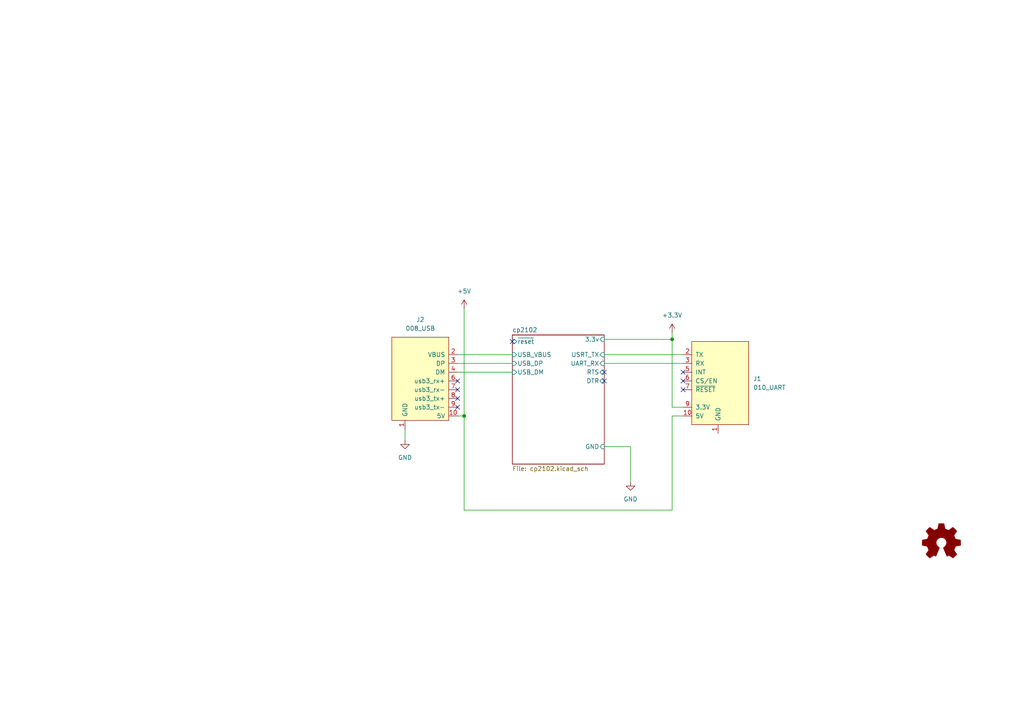
<source format=kicad_sch>
(kicad_sch (version 20230121) (generator eeschema)

  (uuid 57732dd3-1162-4c3f-88bd-31bf473d124d)

  (paper "A4")

  (lib_symbols
    (symbol "Graphic:Logo_Open_Hardware_Small" (pin_names (offset 1.016)) (in_bom yes) (on_board yes)
      (property "Reference" "#LOGO" (at 0 6.985 0)
        (effects (font (size 1.27 1.27)) hide)
      )
      (property "Value" "Logo_Open_Hardware_Small" (at 0 -5.715 0)
        (effects (font (size 1.27 1.27)) hide)
      )
      (property "Footprint" "" (at 0 0 0)
        (effects (font (size 1.27 1.27)) hide)
      )
      (property "Datasheet" "~" (at 0 0 0)
        (effects (font (size 1.27 1.27)) hide)
      )
      (property "ki_keywords" "Logo" (at 0 0 0)
        (effects (font (size 1.27 1.27)) hide)
      )
      (property "ki_description" "Open Hardware logo, small" (at 0 0 0)
        (effects (font (size 1.27 1.27)) hide)
      )
      (symbol "Logo_Open_Hardware_Small_0_1"
        (polyline
          (pts
            (xy 3.3528 -4.3434)
            (xy 3.302 -4.318)
            (xy 3.175 -4.2418)
            (xy 2.9972 -4.1148)
            (xy 2.7686 -3.9624)
            (xy 2.54 -3.81)
            (xy 2.3622 -3.7084)
            (xy 2.2352 -3.6068)
            (xy 2.1844 -3.5814)
            (xy 2.159 -3.6068)
            (xy 2.0574 -3.6576)
            (xy 1.905 -3.7338)
            (xy 1.8034 -3.7846)
            (xy 1.6764 -3.8354)
            (xy 1.6002 -3.8354)
            (xy 1.6002 -3.8354)
            (xy 1.5494 -3.7338)
            (xy 1.4732 -3.5306)
            (xy 1.3462 -3.302)
            (xy 1.2446 -3.0226)
            (xy 1.1176 -2.7178)
            (xy 0.9652 -2.413)
            (xy 0.8636 -2.1082)
            (xy 0.7366 -1.8288)
            (xy 0.6604 -1.6256)
            (xy 0.6096 -1.4732)
            (xy 0.5842 -1.397)
            (xy 0.5842 -1.397)
            (xy 0.6604 -1.3208)
            (xy 0.7874 -1.2446)
            (xy 1.0414 -1.016)
            (xy 1.2954 -0.6858)
            (xy 1.4478 -0.3302)
            (xy 1.524 0.0762)
            (xy 1.4732 0.4572)
            (xy 1.3208 0.8128)
            (xy 1.0668 1.143)
            (xy 0.762 1.3716)
            (xy 0.4064 1.524)
            (xy 0 1.5748)
            (xy -0.381 1.5494)
            (xy -0.7366 1.397)
            (xy -1.0668 1.143)
            (xy -1.2192 0.9906)
            (xy -1.397 0.6604)
            (xy -1.524 0.3048)
            (xy -1.524 0.2286)
            (xy -1.4986 -0.1778)
            (xy -1.397 -0.5334)
            (xy -1.1938 -0.8636)
            (xy -0.9144 -1.143)
            (xy -0.8636 -1.1684)
            (xy -0.7366 -1.27)
            (xy -0.635 -1.3462)
            (xy -0.5842 -1.397)
            (xy -1.0668 -2.5908)
            (xy -1.143 -2.794)
            (xy -1.2954 -3.1242)
            (xy -1.397 -3.4036)
            (xy -1.4986 -3.6322)
            (xy -1.5748 -3.7846)
            (xy -1.6002 -3.8354)
            (xy -1.6002 -3.8354)
            (xy -1.651 -3.8354)
            (xy -1.7272 -3.81)
            (xy -1.905 -3.7338)
            (xy -2.0066 -3.683)
            (xy -2.1336 -3.6068)
            (xy -2.2098 -3.5814)
            (xy -2.2606 -3.6068)
            (xy -2.3622 -3.683)
            (xy -2.54 -3.81)
            (xy -2.7686 -3.9624)
            (xy -2.9718 -4.0894)
            (xy -3.1496 -4.2164)
            (xy -3.302 -4.318)
            (xy -3.3528 -4.3434)
            (xy -3.3782 -4.3434)
            (xy -3.429 -4.318)
            (xy -3.5306 -4.2164)
            (xy -3.7084 -4.064)
            (xy -3.937 -3.8354)
            (xy -3.9624 -3.81)
            (xy -4.1656 -3.6068)
            (xy -4.318 -3.4544)
            (xy -4.4196 -3.3274)
            (xy -4.445 -3.2766)
            (xy -4.445 -3.2766)
            (xy -4.4196 -3.2258)
            (xy -4.318 -3.0734)
            (xy -4.2164 -2.8956)
            (xy -4.064 -2.667)
            (xy -3.6576 -2.0828)
            (xy -3.8862 -1.5494)
            (xy -3.937 -1.3716)
            (xy -4.0386 -1.1684)
            (xy -4.0894 -1.0414)
            (xy -4.1148 -0.9652)
            (xy -4.191 -0.9398)
            (xy -4.318 -0.9144)
            (xy -4.5466 -0.8636)
            (xy -4.8006 -0.8128)
            (xy -5.0546 -0.7874)
            (xy -5.2578 -0.7366)
            (xy -5.4356 -0.7112)
            (xy -5.5118 -0.6858)
            (xy -5.5118 -0.6858)
            (xy -5.5372 -0.635)
            (xy -5.5372 -0.5588)
            (xy -5.5372 -0.4318)
            (xy -5.5626 -0.2286)
            (xy -5.5626 0.0762)
            (xy -5.5626 0.127)
            (xy -5.5372 0.4064)
            (xy -5.5372 0.635)
            (xy -5.5372 0.762)
            (xy -5.5372 0.8382)
            (xy -5.5372 0.8382)
            (xy -5.461 0.8382)
            (xy -5.3086 0.889)
            (xy -5.08 0.9144)
            (xy -4.826 0.9652)
            (xy -4.8006 0.9906)
            (xy -4.5466 1.0414)
            (xy -4.318 1.0668)
            (xy -4.1656 1.1176)
            (xy -4.0894 1.143)
            (xy -4.0894 1.143)
            (xy -4.0386 1.2446)
            (xy -3.9624 1.4224)
            (xy -3.8608 1.6256)
            (xy -3.7846 1.8288)
            (xy -3.7084 2.0066)
            (xy -3.6576 2.159)
            (xy -3.6322 2.2098)
            (xy -3.6322 2.2098)
            (xy -3.683 2.286)
            (xy -3.7592 2.413)
            (xy -3.8862 2.5908)
            (xy -4.064 2.8194)
            (xy -4.064 2.8448)
            (xy -4.2164 3.0734)
            (xy -4.3434 3.2512)
            (xy -4.4196 3.3782)
            (xy -4.445 3.4544)
            (xy -4.445 3.4544)
            (xy -4.3942 3.5052)
            (xy -4.2926 3.6322)
            (xy -4.1148 3.81)
            (xy -3.937 4.0132)
            (xy -3.8608 4.064)
            (xy -3.6576 4.2926)
            (xy -3.5052 4.4196)
            (xy -3.4036 4.4958)
            (xy -3.3528 4.5212)
            (xy -3.3528 4.5212)
            (xy -3.302 4.4704)
            (xy -3.1496 4.3688)
            (xy -2.9718 4.2418)
            (xy -2.7432 4.0894)
            (xy -2.7178 4.0894)
            (xy -2.4892 3.937)
            (xy -2.3114 3.81)
            (xy -2.1844 3.7084)
            (xy -2.1336 3.683)
            (xy -2.1082 3.683)
            (xy -2.032 3.7084)
            (xy -1.8542 3.7592)
            (xy -1.6764 3.8354)
            (xy -1.4732 3.937)
            (xy -1.27 4.0132)
            (xy -1.143 4.064)
            (xy -1.0668 4.1148)
            (xy -1.0668 4.1148)
            (xy -1.0414 4.191)
            (xy -1.016 4.3434)
            (xy -0.9652 4.572)
            (xy -0.9144 4.8514)
            (xy -0.889 4.9022)
            (xy -0.8382 5.1562)
            (xy -0.8128 5.3848)
            (xy -0.7874 5.5372)
            (xy -0.762 5.588)
            (xy -0.7112 5.6134)
            (xy -0.5842 5.6134)
            (xy -0.4064 5.6134)
            (xy -0.1524 5.6134)
            (xy 0.0762 5.6134)
            (xy 0.3302 5.6134)
            (xy 0.5334 5.6134)
            (xy 0.6858 5.588)
            (xy 0.7366 5.588)
            (xy 0.7366 5.588)
            (xy 0.762 5.5118)
            (xy 0.8128 5.334)
            (xy 0.8382 5.1054)
            (xy 0.9144 4.826)
            (xy 0.9144 4.7752)
            (xy 0.9652 4.5212)
            (xy 1.016 4.2926)
            (xy 1.0414 4.1402)
            (xy 1.0668 4.0894)
            (xy 1.0668 4.0894)
            (xy 1.1938 4.0386)
            (xy 1.3716 3.9624)
            (xy 1.5748 3.8608)
            (xy 2.0828 3.6576)
            (xy 2.7178 4.0894)
            (xy 2.7686 4.1402)
            (xy 2.9972 4.2926)
            (xy 3.175 4.4196)
            (xy 3.302 4.4958)
            (xy 3.3782 4.5212)
            (xy 3.3782 4.5212)
            (xy 3.429 4.4704)
            (xy 3.556 4.3434)
            (xy 3.7338 4.191)
            (xy 3.9116 3.9878)
            (xy 4.064 3.8354)
            (xy 4.2418 3.6576)
            (xy 4.3434 3.556)
            (xy 4.4196 3.4798)
            (xy 4.4196 3.429)
            (xy 4.4196 3.4036)
            (xy 4.3942 3.3274)
            (xy 4.2926 3.2004)
            (xy 4.1656 2.9972)
            (xy 4.0132 2.794)
            (xy 3.8862 2.5908)
            (xy 3.7592 2.3876)
            (xy 3.6576 2.2352)
            (xy 3.6322 2.159)
            (xy 3.6322 2.1336)
            (xy 3.683 2.0066)
            (xy 3.7592 1.8288)
            (xy 3.8608 1.6002)
            (xy 4.064 1.1176)
            (xy 4.3942 1.0414)
            (xy 4.5974 1.016)
            (xy 4.8768 0.9652)
            (xy 5.1308 0.9144)
            (xy 5.5372 0.8382)
            (xy 5.5626 -0.6604)
            (xy 5.4864 -0.6858)
            (xy 5.4356 -0.6858)
            (xy 5.2832 -0.7366)
            (xy 5.0546 -0.762)
            (xy 4.8006 -0.8128)
            (xy 4.5974 -0.8636)
            (xy 4.3688 -0.9144)
            (xy 4.2164 -0.9398)
            (xy 4.1402 -0.9398)
            (xy 4.1148 -0.9652)
            (xy 4.064 -1.0668)
            (xy 3.9878 -1.2446)
            (xy 3.9116 -1.4478)
            (xy 3.81 -1.651)
            (xy 3.7338 -1.8542)
            (xy 3.683 -2.0066)
            (xy 3.6576 -2.0828)
            (xy 3.683 -2.1336)
            (xy 3.7846 -2.2606)
            (xy 3.8862 -2.4638)
            (xy 4.0386 -2.667)
            (xy 4.191 -2.8956)
            (xy 4.318 -3.0734)
            (xy 4.3942 -3.2004)
            (xy 4.445 -3.2766)
            (xy 4.4196 -3.3274)
            (xy 4.3434 -3.429)
            (xy 4.1656 -3.5814)
            (xy 3.937 -3.8354)
            (xy 3.8862 -3.8608)
            (xy 3.683 -4.064)
            (xy 3.5306 -4.2164)
            (xy 3.4036 -4.318)
            (xy 3.3528 -4.3434)
          )
          (stroke (width 0) (type default))
          (fill (type outline))
        )
      )
    )
    (symbol "power:+3.3V" (power) (pin_names (offset 0)) (in_bom yes) (on_board yes)
      (property "Reference" "#PWR" (at 0 -3.81 0)
        (effects (font (size 1.27 1.27)) hide)
      )
      (property "Value" "+3.3V" (at 0 3.556 0)
        (effects (font (size 1.27 1.27)))
      )
      (property "Footprint" "" (at 0 0 0)
        (effects (font (size 1.27 1.27)) hide)
      )
      (property "Datasheet" "" (at 0 0 0)
        (effects (font (size 1.27 1.27)) hide)
      )
      (property "ki_keywords" "global power" (at 0 0 0)
        (effects (font (size 1.27 1.27)) hide)
      )
      (property "ki_description" "Power symbol creates a global label with name \"+3.3V\"" (at 0 0 0)
        (effects (font (size 1.27 1.27)) hide)
      )
      (symbol "+3.3V_0_1"
        (polyline
          (pts
            (xy -0.762 1.27)
            (xy 0 2.54)
          )
          (stroke (width 0) (type default))
          (fill (type none))
        )
        (polyline
          (pts
            (xy 0 0)
            (xy 0 2.54)
          )
          (stroke (width 0) (type default))
          (fill (type none))
        )
        (polyline
          (pts
            (xy 0 2.54)
            (xy 0.762 1.27)
          )
          (stroke (width 0) (type default))
          (fill (type none))
        )
      )
      (symbol "+3.3V_1_1"
        (pin power_in line (at 0 0 90) (length 0) hide
          (name "+3.3V" (effects (font (size 1.27 1.27))))
          (number "1" (effects (font (size 1.27 1.27))))
        )
      )
    )
    (symbol "power:+5V" (power) (pin_names (offset 0)) (in_bom yes) (on_board yes)
      (property "Reference" "#PWR" (at 0 -3.81 0)
        (effects (font (size 1.27 1.27)) hide)
      )
      (property "Value" "+5V" (at 0 3.556 0)
        (effects (font (size 1.27 1.27)))
      )
      (property "Footprint" "" (at 0 0 0)
        (effects (font (size 1.27 1.27)) hide)
      )
      (property "Datasheet" "" (at 0 0 0)
        (effects (font (size 1.27 1.27)) hide)
      )
      (property "ki_keywords" "global power" (at 0 0 0)
        (effects (font (size 1.27 1.27)) hide)
      )
      (property "ki_description" "Power symbol creates a global label with name \"+5V\"" (at 0 0 0)
        (effects (font (size 1.27 1.27)) hide)
      )
      (symbol "+5V_0_1"
        (polyline
          (pts
            (xy -0.762 1.27)
            (xy 0 2.54)
          )
          (stroke (width 0) (type default))
          (fill (type none))
        )
        (polyline
          (pts
            (xy 0 0)
            (xy 0 2.54)
          )
          (stroke (width 0) (type default))
          (fill (type none))
        )
        (polyline
          (pts
            (xy 0 2.54)
            (xy 0.762 1.27)
          )
          (stroke (width 0) (type default))
          (fill (type none))
        )
      )
      (symbol "+5V_1_1"
        (pin power_in line (at 0 0 90) (length 0) hide
          (name "+5V" (effects (font (size 1.27 1.27))))
          (number "1" (effects (font (size 1.27 1.27))))
        )
      )
    )
    (symbol "power:GND" (power) (pin_names (offset 0)) (in_bom yes) (on_board yes)
      (property "Reference" "#PWR" (at 0 -6.35 0)
        (effects (font (size 1.27 1.27)) hide)
      )
      (property "Value" "GND" (at 0 -3.81 0)
        (effects (font (size 1.27 1.27)))
      )
      (property "Footprint" "" (at 0 0 0)
        (effects (font (size 1.27 1.27)) hide)
      )
      (property "Datasheet" "" (at 0 0 0)
        (effects (font (size 1.27 1.27)) hide)
      )
      (property "ki_keywords" "power-flag" (at 0 0 0)
        (effects (font (size 1.27 1.27)) hide)
      )
      (property "ki_description" "Power symbol creates a global label with name \"GND\" , ground" (at 0 0 0)
        (effects (font (size 1.27 1.27)) hide)
      )
      (symbol "GND_0_1"
        (polyline
          (pts
            (xy 0 0)
            (xy 0 -1.27)
            (xy 1.27 -1.27)
            (xy 0 -2.54)
            (xy -1.27 -1.27)
            (xy 0 -1.27)
          )
          (stroke (width 0) (type default))
          (fill (type none))
        )
      )
      (symbol "GND_1_1"
        (pin power_in line (at 0 0 270) (length 0) hide
          (name "GND" (effects (font (size 1.27 1.27))))
          (number "1" (effects (font (size 1.27 1.27))))
        )
      )
    )
    (symbol "put_on_edge:008_USB" (pin_names (offset 1.016)) (in_bom yes) (on_board yes)
      (property "Reference" "J" (at -2.54 13.97 0)
        (effects (font (size 1.27 1.27)))
      )
      (property "Value" "008_USB" (at 8.89 13.97 0)
        (effects (font (size 1.27 1.27)))
      )
      (property "Footprint" "" (at 7.62 16.51 0)
        (effects (font (size 1.27 1.27)) hide)
      )
      (property "Datasheet" "" (at 7.62 16.51 0)
        (effects (font (size 1.27 1.27)) hide)
      )
      (symbol "008_USB_0_1"
        (rectangle (start -8.89 12.7) (end 7.62 -11.43)
          (stroke (width 0) (type default))
          (fill (type background))
        )
      )
      (symbol "008_USB_1_1"
        (pin power_in line (at 3.81 -13.97 90) (length 2.54)
          (name "GND" (effects (font (size 1.27 1.27))))
          (number "1" (effects (font (size 1.27 1.27))))
        )
        (pin power_in line (at -11.43 -10.16 0) (length 2.54)
          (name "5V" (effects (font (size 1.27 1.27))))
          (number "10" (effects (font (size 1.27 1.27))))
        )
        (pin power_in line (at -11.43 7.62 0) (length 2.54)
          (name "VBUS" (effects (font (size 1.27 1.27))))
          (number "2" (effects (font (size 1.27 1.27))))
        )
        (pin bidirectional line (at -11.43 5.08 0) (length 2.54)
          (name "DP" (effects (font (size 1.27 1.27))))
          (number "3" (effects (font (size 1.27 1.27))))
        )
        (pin bidirectional line (at -11.43 2.54 0) (length 2.54)
          (name "DM" (effects (font (size 1.27 1.27))))
          (number "4" (effects (font (size 1.27 1.27))))
        )
        (pin input line (at -11.43 0 0) (length 2.54)
          (name "usb3_rx+" (effects (font (size 1.27 1.27))))
          (number "6" (effects (font (size 1.27 1.27))))
        )
        (pin input line (at -11.43 -2.54 0) (length 2.54)
          (name "usb3_rx-" (effects (font (size 1.27 1.27))))
          (number "7" (effects (font (size 1.27 1.27))))
        )
        (pin input line (at -11.43 -5.08 0) (length 2.54)
          (name "usb3_tx+" (effects (font (size 1.27 1.27))))
          (number "8" (effects (font (size 1.27 1.27))))
        )
        (pin input line (at -11.43 -7.62 0) (length 2.54)
          (name "usb3_tx-" (effects (font (size 1.27 1.27))))
          (number "9" (effects (font (size 1.27 1.27))))
        )
      )
    )
    (symbol "put_on_edge:010_UART" (pin_names (offset 1.016)) (in_bom yes) (on_board yes)
      (property "Reference" "J" (at -2.54 13.97 0)
        (effects (font (size 1.27 1.27)))
      )
      (property "Value" "010_UART" (at 8.89 13.97 0)
        (effects (font (size 1.27 1.27)))
      )
      (property "Footprint" "" (at 7.62 16.51 0)
        (effects (font (size 1.27 1.27)) hide)
      )
      (property "Datasheet" "" (at 7.62 16.51 0)
        (effects (font (size 1.27 1.27)) hide)
      )
      (symbol "010_UART_0_1"
        (rectangle (start -8.89 12.7) (end 7.62 -11.43)
          (stroke (width 0) (type default))
          (fill (type background))
        )
      )
      (symbol "010_UART_1_1"
        (pin power_in line (at -1.27 -13.97 90) (length 2.54)
          (name "GND" (effects (font (size 1.27 1.27))))
          (number "1" (effects (font (size 1.27 1.27))))
        )
        (pin power_in line (at -11.43 -8.89 0) (length 2.54)
          (name "5V" (effects (font (size 1.27 1.27))))
          (number "10" (effects (font (size 1.27 1.27))))
        )
        (pin bidirectional line (at -11.43 8.89 0) (length 2.54)
          (name "TX" (effects (font (size 1.27 1.27))))
          (number "2" (effects (font (size 1.27 1.27))))
        )
        (pin bidirectional line (at -11.43 6.35 0) (length 2.54)
          (name "RX" (effects (font (size 1.27 1.27))))
          (number "3" (effects (font (size 1.27 1.27))))
        )
        (pin bidirectional line (at -11.43 3.81 0) (length 2.54)
          (name "INT" (effects (font (size 1.27 1.27))))
          (number "5" (effects (font (size 1.27 1.27))))
        )
        (pin bidirectional line (at -11.43 1.27 0) (length 2.54)
          (name "CS/EN" (effects (font (size 1.27 1.27))))
          (number "6" (effects (font (size 1.27 1.27))))
        )
        (pin bidirectional line (at -11.43 -1.27 0) (length 2.54)
          (name "~{RESET}" (effects (font (size 1.27 1.27))))
          (number "7" (effects (font (size 1.27 1.27))))
        )
        (pin power_in line (at -11.43 -6.35 0) (length 2.54)
          (name "3.3V" (effects (font (size 1.27 1.27))))
          (number "9" (effects (font (size 1.27 1.27))))
        )
      )
    )
  )

  (junction (at 194.945 98.425) (diameter 0) (color 0 0 0 0)
    (uuid 5a9e858e-c2da-44ac-98c4-38eeda4ace63)
  )
  (junction (at 134.62 120.65) (diameter 0) (color 0 0 0 0)
    (uuid 93cfe7b3-b346-48d5-a7c0-5897c935eabe)
  )

  (no_connect (at 198.12 110.49) (uuid 2c275321-939b-44b4-9518-ce661e2deaa7))
  (no_connect (at 198.12 107.95) (uuid 2f083b42-2d21-4a01-be12-41b7487b438d))
  (no_connect (at 175.26 107.95) (uuid 4cda7257-2fd1-4b21-bf3c-e5a3523c573b))
  (no_connect (at 132.715 113.03) (uuid 50c0aec5-31c6-4046-a46f-e2499bc7f795))
  (no_connect (at 175.26 110.49) (uuid 9e1c843e-3075-4c21-813f-78471dd950e4))
  (no_connect (at 148.59 99.06) (uuid a25326af-bc3e-45b8-b5d6-d08f2f62865f))
  (no_connect (at 132.715 118.11) (uuid c4c975db-629e-49e0-a57e-2c58fb51b09e))
  (no_connect (at 198.12 113.03) (uuid c57fb367-0123-474e-8bee-b1fb04083f69))
  (no_connect (at 132.715 115.57) (uuid ce578f43-4197-449a-9c1f-d03f6dfeaaa3))
  (no_connect (at 132.715 110.49) (uuid e9490796-3132-43f0-8b26-5159ad4488ad))

  (wire (pts (xy 194.945 98.425) (xy 194.945 118.11))
    (stroke (width 0) (type default))
    (uuid 05f05f63-84d4-40d8-94de-89a94731b918)
  )
  (wire (pts (xy 132.715 105.41) (xy 148.59 105.41))
    (stroke (width 0) (type default))
    (uuid 067be15e-9e8c-453d-8014-67f8ecdff99d)
  )
  (wire (pts (xy 198.12 120.65) (xy 194.945 120.65))
    (stroke (width 0) (type default))
    (uuid 1916dc53-4e48-4e03-8cfd-55f4b5587096)
  )
  (wire (pts (xy 182.88 129.54) (xy 182.88 139.7))
    (stroke (width 0) (type default))
    (uuid 1b1677f5-0b04-4d39-965d-99ebb0457726)
  )
  (wire (pts (xy 134.62 89.535) (xy 134.62 120.65))
    (stroke (width 0) (type default))
    (uuid 3102323d-c02c-4c78-88f3-f940ff297209)
  )
  (wire (pts (xy 194.945 120.65) (xy 194.945 147.955))
    (stroke (width 0) (type default))
    (uuid 336f0b26-6f85-4e52-b7d2-a045b4eed932)
  )
  (wire (pts (xy 117.475 124.46) (xy 117.475 127.635))
    (stroke (width 0) (type default))
    (uuid 4b0dbd4b-e42b-4ef2-8ff3-1e8b47c3c0ac)
  )
  (wire (pts (xy 194.945 118.11) (xy 198.12 118.11))
    (stroke (width 0) (type default))
    (uuid 5d704fff-146c-4c0a-9c26-3bd778b16e00)
  )
  (wire (pts (xy 132.715 120.65) (xy 134.62 120.65))
    (stroke (width 0) (type default))
    (uuid 67fdc6aa-9585-488b-8d7a-08450679b4e4)
  )
  (wire (pts (xy 175.26 102.87) (xy 198.12 102.87))
    (stroke (width 0) (type default))
    (uuid 86f8463a-24d5-475e-b055-3182081ca24e)
  )
  (wire (pts (xy 175.26 98.425) (xy 194.945 98.425))
    (stroke (width 0) (type default))
    (uuid ac3bac1c-bd61-4ae6-a3af-b3062db4ab18)
  )
  (wire (pts (xy 175.26 129.54) (xy 182.88 129.54))
    (stroke (width 0) (type default))
    (uuid b5f50e6e-6728-4454-96f5-44e0bc388ce5)
  )
  (wire (pts (xy 175.26 105.41) (xy 198.12 105.41))
    (stroke (width 0) (type default))
    (uuid b7ea3af4-14e8-4139-b507-b59dbf688ca0)
  )
  (wire (pts (xy 134.62 147.955) (xy 134.62 120.65))
    (stroke (width 0) (type default))
    (uuid cd6e431a-9717-4efe-b99c-6efbbf62fc74)
  )
  (wire (pts (xy 194.945 96.52) (xy 194.945 98.425))
    (stroke (width 0) (type default))
    (uuid dc73cb70-db32-4cb8-9a1b-661bfb27c7ac)
  )
  (wire (pts (xy 132.715 107.95) (xy 148.59 107.95))
    (stroke (width 0) (type default))
    (uuid dfd105b8-38fb-4a35-811f-20eb3c410292)
  )
  (wire (pts (xy 132.715 102.87) (xy 148.59 102.87))
    (stroke (width 0) (type default))
    (uuid e3622c5f-e4c5-4679-8807-d913efb632d5)
  )
  (wire (pts (xy 194.945 147.955) (xy 134.62 147.955))
    (stroke (width 0) (type default))
    (uuid fc80a2dd-cecf-4c84-8d2d-1a0ba006caf6)
  )

  (symbol (lib_id "put_on_edge:010_UART") (at 209.55 111.76 0) (unit 1)
    (in_bom yes) (on_board yes) (dnp no) (fields_autoplaced)
    (uuid 2ea6474f-7a48-4ced-9545-2c841463539d)
    (property "Reference" "J1" (at 218.44 109.855 0)
      (effects (font (size 1.27 1.27)) (justify left))
    )
    (property "Value" "010_UART" (at 218.44 112.395 0)
      (effects (font (size 1.27 1.27)) (justify left))
    )
    (property "Footprint" "" (at 217.17 95.25 0)
      (effects (font (size 1.27 1.27)) hide)
    )
    (property "Datasheet" "" (at 217.17 95.25 0)
      (effects (font (size 1.27 1.27)) hide)
    )
    (pin "1" (uuid eb9179f6-f880-4c8e-9ef3-d3c8207d7e27))
    (pin "10" (uuid a9a58714-9c1c-4a1e-b6ab-103d62c6e9ff))
    (pin "2" (uuid de4ae4b0-5135-42f6-a69a-296bf9c5cb6c))
    (pin "3" (uuid e7ae93d4-8c23-4413-88be-95ab4667c048))
    (pin "5" (uuid e40b7259-a4e2-452f-8f43-7d93526a911a))
    (pin "6" (uuid 55ff3b7d-1de7-4c13-98ac-836e01bd25b1))
    (pin "7" (uuid 5f27a826-ecfb-46bc-8e34-c69c13bfb2f3))
    (pin "9" (uuid f87e2d12-5527-4114-9b75-ccc19c8d5ef8))
    (instances
      (project "board"
        (path "/57732dd3-1162-4c3f-88bd-31bf473d124d"
          (reference "J1") (unit 1)
        )
      )
    )
  )

  (symbol (lib_id "power:+3.3V") (at 194.945 96.52 0) (unit 1)
    (in_bom yes) (on_board yes) (dnp no) (fields_autoplaced)
    (uuid 90b5663f-80e5-4d36-9237-9f05f754566c)
    (property "Reference" "#PWR01" (at 194.945 100.33 0)
      (effects (font (size 1.27 1.27)) hide)
    )
    (property "Value" "+3.3V" (at 194.945 91.44 0)
      (effects (font (size 1.27 1.27)))
    )
    (property "Footprint" "" (at 194.945 96.52 0)
      (effects (font (size 1.27 1.27)) hide)
    )
    (property "Datasheet" "" (at 194.945 96.52 0)
      (effects (font (size 1.27 1.27)) hide)
    )
    (pin "1" (uuid 1c1f6829-6d95-4890-9749-ccc5b80ef231))
    (instances
      (project "board"
        (path "/57732dd3-1162-4c3f-88bd-31bf473d124d"
          (reference "#PWR01") (unit 1)
        )
      )
    )
  )

  (symbol (lib_id "power:GND") (at 182.88 139.7 0) (unit 1)
    (in_bom yes) (on_board yes) (dnp no) (fields_autoplaced)
    (uuid 971afa99-5d33-4a72-a8e1-edd3c45138ed)
    (property "Reference" "#PWR?" (at 182.88 146.05 0)
      (effects (font (size 1.27 1.27)) hide)
    )
    (property "Value" "GND" (at 182.88 144.78 0)
      (effects (font (size 1.27 1.27)))
    )
    (property "Footprint" "" (at 182.88 139.7 0)
      (effects (font (size 1.27 1.27)) hide)
    )
    (property "Datasheet" "" (at 182.88 139.7 0)
      (effects (font (size 1.27 1.27)) hide)
    )
    (pin "1" (uuid 0e12e353-ffd6-4e27-8957-653e209f57b0))
    (instances
      (project "board"
        (path "/57732dd3-1162-4c3f-88bd-31bf473d124d"
          (reference "#PWR?") (unit 1)
        )
      )
    )
  )

  (symbol (lib_id "power:GND") (at 117.475 127.635 0) (unit 1)
    (in_bom yes) (on_board yes) (dnp no) (fields_autoplaced)
    (uuid ab630e3a-b264-40ea-b43a-a52ea766e006)
    (property "Reference" "#PWR02" (at 117.475 133.985 0)
      (effects (font (size 1.27 1.27)) hide)
    )
    (property "Value" "GND" (at 117.475 132.715 0)
      (effects (font (size 1.27 1.27)))
    )
    (property "Footprint" "" (at 117.475 127.635 0)
      (effects (font (size 1.27 1.27)) hide)
    )
    (property "Datasheet" "" (at 117.475 127.635 0)
      (effects (font (size 1.27 1.27)) hide)
    )
    (pin "1" (uuid 3faffa2f-e323-43bb-b97a-1808f228a137))
    (instances
      (project "board"
        (path "/57732dd3-1162-4c3f-88bd-31bf473d124d"
          (reference "#PWR02") (unit 1)
        )
      )
    )
  )

  (symbol (lib_id "power:+5V") (at 134.62 89.535 0) (unit 1)
    (in_bom yes) (on_board yes) (dnp no) (fields_autoplaced)
    (uuid ac2694b9-c434-4f95-afd7-874d4104a6c6)
    (property "Reference" "#PWR03" (at 134.62 93.345 0)
      (effects (font (size 1.27 1.27)) hide)
    )
    (property "Value" "+5V" (at 134.62 84.455 0)
      (effects (font (size 1.27 1.27)))
    )
    (property "Footprint" "" (at 134.62 89.535 0)
      (effects (font (size 1.27 1.27)) hide)
    )
    (property "Datasheet" "" (at 134.62 89.535 0)
      (effects (font (size 1.27 1.27)) hide)
    )
    (pin "1" (uuid 898ff350-e097-4d64-bdde-e111f8761c40))
    (instances
      (project "board"
        (path "/57732dd3-1162-4c3f-88bd-31bf473d124d"
          (reference "#PWR03") (unit 1)
        )
      )
    )
  )

  (symbol (lib_id "Graphic:Logo_Open_Hardware_Small") (at 273.05 157.48 0) (unit 1)
    (in_bom yes) (on_board yes) (dnp no) (fields_autoplaced)
    (uuid b72b6f4a-7489-40f2-bb90-d75ae01aa368)
    (property "Reference" "LOGO1" (at 273.05 150.495 0)
      (effects (font (size 1.27 1.27)) hide)
    )
    (property "Value" "Logo_Open_Hardware_Small" (at 273.05 163.195 0)
      (effects (font (size 1.27 1.27)) hide)
    )
    (property "Footprint" "Symbol:OSHW-Symbol_6.7x6mm_SilkScreen" (at 273.05 157.48 0)
      (effects (font (size 1.27 1.27)) hide)
    )
    (property "Datasheet" "~" (at 273.05 157.48 0)
      (effects (font (size 1.27 1.27)) hide)
    )
    (instances
      (project "board"
        (path "/57732dd3-1162-4c3f-88bd-31bf473d124d"
          (reference "LOGO1") (unit 1)
        )
      )
    )
  )

  (symbol (lib_id "put_on_edge:008_USB") (at 121.285 110.49 0) (mirror y) (unit 1)
    (in_bom yes) (on_board yes) (dnp no) (fields_autoplaced)
    (uuid ed4edfca-060c-4661-9b76-484abdc56ddf)
    (property "Reference" "J2" (at 121.92 92.71 0)
      (effects (font (size 1.27 1.27)))
    )
    (property "Value" "008_USB" (at 121.92 95.25 0)
      (effects (font (size 1.27 1.27)))
    )
    (property "Footprint" "" (at 113.665 93.98 0)
      (effects (font (size 1.27 1.27)) hide)
    )
    (property "Datasheet" "" (at 113.665 93.98 0)
      (effects (font (size 1.27 1.27)) hide)
    )
    (pin "1" (uuid 15ab29b0-74ac-4867-82cd-9895f000d4f5))
    (pin "10" (uuid fe55873f-92d1-4174-b6b2-46397fc26702))
    (pin "2" (uuid 84b25915-1b23-4cbb-9a68-7885137a311a))
    (pin "3" (uuid 1a4f57c6-2ffe-4273-bc67-b845deb84756))
    (pin "4" (uuid 42107d0d-6f12-4480-9fa8-4c4b2aac6bb1))
    (pin "6" (uuid 5f3132a0-ad0f-4754-ac82-15144ad3b71e))
    (pin "7" (uuid 285e15dc-969c-403f-a3cf-b3f2d3b55b7d))
    (pin "8" (uuid 719af726-d468-4124-bdc5-9354d30502de))
    (pin "9" (uuid 0fbd329f-4459-4fb6-b222-b98fb7380960))
    (instances
      (project "board"
        (path "/57732dd3-1162-4c3f-88bd-31bf473d124d"
          (reference "J2") (unit 1)
        )
      )
    )
  )

  (sheet (at 148.59 97.155) (size 26.67 37.465) (fields_autoplaced)
    (stroke (width 0.1524) (type solid))
    (fill (color 0 0 0 0.0000))
    (uuid 767ce4c6-0e55-4543-92f0-34cb8237a544)
    (property "Sheetname" "cp2102" (at 148.59 96.4434 0)
      (effects (font (size 1.27 1.27)) (justify left bottom))
    )
    (property "Sheetfile" "cp2102.kicad_sch" (at 148.59 135.2046 0)
      (effects (font (size 1.27 1.27)) (justify left top))
    )
    (pin "GND" input (at 175.26 129.54 0)
      (effects (font (size 1.27 1.27)) (justify right))
      (uuid 466cf29f-04d2-4303-aa26-8ec28548d2f2)
    )
    (pin "3.3v" input (at 175.26 98.425 0)
      (effects (font (size 1.27 1.27)) (justify right))
      (uuid 95aeacb1-91e5-4678-b826-dac440453fa1)
    )
    (pin "USB_DM" input (at 148.59 107.95 180)
      (effects (font (size 1.27 1.27)) (justify left))
      (uuid 59558458-15d5-4fc5-ba76-05e186b2efd8)
    )
    (pin "USB_DP" input (at 148.59 105.41 180)
      (effects (font (size 1.27 1.27)) (justify left))
      (uuid 4640b263-9a54-4512-acd3-904ad22074bf)
    )
    (pin "UART_RX" input (at 175.26 105.41 0)
      (effects (font (size 1.27 1.27)) (justify right))
      (uuid 52b162b1-b573-4eef-9f36-4d70d7b75f67)
    )
    (pin "USRT_TX" input (at 175.26 102.87 0)
      (effects (font (size 1.27 1.27)) (justify right))
      (uuid 8161810a-eab9-4b98-b671-0416595e6b19)
    )
    (pin "USB_VBUS" input (at 148.59 102.87 180)
      (effects (font (size 1.27 1.27)) (justify left))
      (uuid c5da6b33-2a30-4a2b-b26b-6162c5e15d7f)
    )
    (pin "~{reset}" input (at 148.59 99.06 180)
      (effects (font (size 1.27 1.27)) (justify left))
      (uuid d9d87ab9-79cb-4f6a-ad69-9e12aa999c7b)
    )
    (pin "RTS" input (at 175.26 107.95 0)
      (effects (font (size 1.27 1.27)) (justify right))
      (uuid 556eda7b-2845-4000-b3e5-fbda89cc3028)
    )
    (pin "DTR" input (at 175.26 110.49 0)
      (effects (font (size 1.27 1.27)) (justify right))
      (uuid 91429a50-0d29-4406-a52a-530ddb99bdb5)
    )
    (instances
      (project "board"
        (path "/57732dd3-1162-4c3f-88bd-31bf473d124d" (page "2"))
      )
    )
  )

  (sheet_instances
    (path "/" (page "1"))
  )
)

</source>
